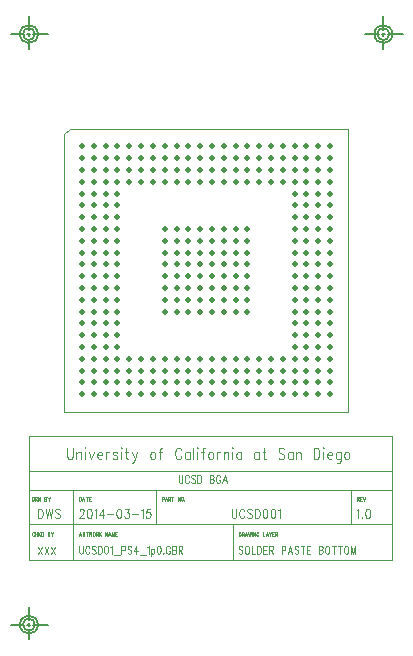
<source format=gbr>
*
*
G04 PADS 9.5 Build Number: 522968 generated Gerber (RS-274-X) file*
G04 PC Version=2.1*
*
%IN "UCSD001-BGA_5mm_2014-03"*%
*
%MOMM*%
*
%FSLAX33Y33*%
*
*
*
*
G04 PC Standard Apertures*
*
*
G04 Thermal Relief Aperture macro.*
%AMTER*
1,1,$1,0,0*
1,0,$1-$2,0,0*
21,0,$3,$4,0,0,45*
21,0,$3,$4,0,0,135*
%
*
*
G04 Annular Aperture macro.*
%AMANN*
1,1,$1,0,0*
1,0,$2,0,0*
%
*
*
G04 Odd Aperture macro.*
%AMODD*
1,1,$1,0,0*
1,0,$1-0.005,0,0*
%
*
*
G04 PC Custom Aperture Macros*
*
*
*
*
*
*
G04 PC Aperture Table*
*
%ADD010C,0.0254*%
%ADD013C,0.05*%
%ADD018C,0.1*%
%ADD020C,0.5*%
%ADD023C,0.08814*%
%ADD024C,0.1778*%
*
*
*
*
G04 PC Circuitry*
G04 Layer Name UCSD001-BGA_5mm_2014-03 - circuitry*
%LPD*%
*
*
G04 PC Custom Flashes*
G04 Layer Name UCSD001-BGA_5mm_2014-03 - flashes*
%LPD*%
*
*
G04 PC Circuitry*
G04 Layer Name UCSD001-BGA_5mm_2014-03 - circuitry*
%LPD*%
*
G54D10*
G54D13*
G01X162762Y130828D02*
Y130500D01*
Y130828D02*
X162864D01*
X162864D02*
X162898Y130812D01*
X162898D02*
X162910Y130796D01*
X162910D02*
X162921Y130765D01*
X162921D02*
Y130734D01*
X162921D02*
X162910Y130703D01*
X162898Y130687*
X162898D02*
X162864Y130671D01*
X162864D02*
X162762D01*
X162842D02*
X162921Y130500D01*
X163023Y130828D02*
Y130500D01*
Y130828D02*
X163171D01*
X163023Y130671D02*
X163114D01*
X163023Y130500D02*
X163171D01*
X163273Y130828D02*
X163364Y130500D01*
X163455Y130828D02*
X163364Y130500D01*
X152762Y127828D02*
Y127500D01*
Y127828D02*
X152842D01*
X152876Y127812*
X152876D02*
X152898Y127781D01*
X152898D02*
X152910Y127750D01*
X152921Y127703*
X152921D02*
Y127625D01*
X152921D02*
X152910Y127578D01*
X152898Y127546*
X152898D02*
X152876Y127515D01*
X152876D02*
X152842Y127500D01*
X152762*
X153023Y127828D02*
Y127500D01*
Y127828D02*
X153126D01*
X153160Y127812*
X153160D02*
X153171Y127796D01*
X153171D02*
X153182Y127765D01*
X153182D02*
Y127734D01*
X153182D02*
X153171Y127703D01*
X153171D02*
X153160Y127687D01*
X153160D02*
X153126Y127671D01*
X153126D02*
X153023D01*
X153103D02*
X153182Y127500D01*
X153376Y127828D02*
X153285Y127500D01*
X153376Y127828D02*
X153467Y127500D01*
X153319Y127609D02*
X153432D01*
X153569Y127828D02*
X153626Y127500D01*
X153682Y127828D02*
X153626Y127500D01*
X153682Y127828D02*
X153739Y127500D01*
X153796Y127828D02*
X153739Y127500D01*
X153898Y127828D02*
Y127500D01*
X154001Y127828D02*
Y127500D01*
Y127828D02*
X154160Y127500D01*
Y127828D02*
Y127500D01*
X154432Y127750D02*
X154421Y127781D01*
X154421D02*
X154398Y127812D01*
X154398D02*
X154376Y127828D01*
X154330*
X154330D02*
X154307Y127812D01*
X154307D02*
X154285Y127781D01*
X154273Y127750*
X154273D02*
X154262Y127703D01*
Y127625*
X154273Y127578*
X154273D02*
X154285Y127546D01*
X154285D02*
X154307Y127515D01*
X154307D02*
X154330Y127500D01*
X154330D02*
X154376D01*
X154398Y127515*
X154398D02*
X154421Y127546D01*
X154421D02*
X154432Y127578D01*
X154432D02*
Y127625D01*
X154376D02*
X154432D01*
X154796Y127828D02*
Y127500D01*
X154796D02*
X154932D01*
X155126Y127828D02*
X155035Y127500D01*
X155126Y127828D02*
X155217Y127500D01*
X155069Y127609D02*
X155182D01*
X155319Y127828D02*
X155410Y127671D01*
X155410D02*
Y127500D01*
X155501Y127828D02*
X155410Y127671D01*
X155603Y127828D02*
Y127500D01*
Y127828D02*
X155751D01*
X155603Y127671D02*
X155694D01*
X155603Y127500D02*
X155751D01*
X155853Y127828D02*
Y127500D01*
Y127828D02*
X155955D01*
X155955D02*
X155989Y127812D01*
X155989D02*
X156001Y127796D01*
X156001D02*
X156012Y127765D01*
X156012D02*
Y127734D01*
X156001Y127703*
X155989Y127687*
X155989D02*
X155955Y127671D01*
X155955D02*
X155853D01*
X155932D02*
X156012Y127500D01*
X146262Y130828D02*
Y130500D01*
Y130828D02*
X146364D01*
X146364D02*
X146398Y130812D01*
X146398D02*
X146410Y130796D01*
X146410D02*
X146421Y130765D01*
X146421D02*
Y130718D01*
X146421D02*
X146410Y130687D01*
X146410D02*
X146398Y130671D01*
X146398D02*
X146364Y130656D01*
X146364D02*
X146262D01*
X146614Y130828D02*
X146523Y130500D01*
X146614Y130828D02*
X146705Y130500D01*
X146557Y130609D02*
X146671D01*
X146807Y130828D02*
Y130500D01*
Y130828D02*
X146910D01*
X146944Y130812*
X146944D02*
X146955Y130796D01*
X146955D02*
X146967Y130765D01*
X146967D02*
Y130734D01*
X146955Y130703*
X146955D02*
X146944Y130687D01*
X146944D02*
X146910Y130671D01*
X146910D02*
X146807D01*
X146887D02*
X146967Y130500D01*
X147148Y130828D02*
Y130500D01*
X147069Y130828D02*
X147228D01*
X147592D02*
Y130500D01*
Y130828D02*
X147751Y130500D01*
Y130828D02*
Y130500D01*
X147921Y130828D02*
X147898Y130812D01*
X147898D02*
X147876Y130781D01*
X147864Y130750*
X147864D02*
X147853Y130703D01*
Y130625*
X147864Y130578*
X147864D02*
X147876Y130546D01*
X147876D02*
X147898Y130515D01*
X147898D02*
X147921Y130500D01*
X147921D02*
X147967D01*
X147989Y130515*
X147989D02*
X148012Y130546D01*
X148012D02*
X148023Y130578D01*
X148023D02*
X148035Y130625D01*
Y130703*
X148023Y130750*
X148023D02*
X148012Y130781D01*
X147989Y130812*
X147989D02*
X147967Y130828D01*
X147921*
X148148Y130531D02*
X148137Y130515D01*
X148137D02*
X148148Y130500D01*
X148148D02*
X148160Y130515D01*
X148160D02*
X148148Y130531D01*
X139353Y127828D02*
X139262Y127500D01*
X139353Y127828D02*
X139444Y127500D01*
X139296Y127609D02*
X139410D01*
X139546Y127828D02*
Y127500D01*
Y127828D02*
X139648D01*
X139648D02*
X139682Y127812D01*
X139682D02*
X139694Y127796D01*
X139694D02*
X139705Y127765D01*
X139705D02*
Y127734D01*
X139705D02*
X139694Y127703D01*
X139682Y127687*
X139682D02*
X139648Y127671D01*
X139648D02*
X139546D01*
X139626D02*
X139705Y127500D01*
X139887Y127828D02*
Y127500D01*
X139807Y127828D02*
X139967D01*
X140069D02*
X140126Y127500D01*
X140182Y127828D02*
X140126Y127500D01*
X140182Y127828D02*
X140239Y127500D01*
X140296Y127828D02*
X140239Y127500D01*
X140467Y127828D02*
X140444Y127812D01*
X140444D02*
X140421Y127781D01*
X140421D02*
X140410Y127750D01*
X140398Y127703*
X140398D02*
Y127625D01*
X140398D02*
X140410Y127578D01*
X140421Y127546*
X140421D02*
X140444Y127515D01*
X140444D02*
X140467Y127500D01*
X140512*
X140535Y127515*
X140535D02*
X140557Y127546D01*
X140557D02*
X140569Y127578D01*
X140580Y127625*
X140580D02*
Y127703D01*
X140580D02*
X140569Y127750D01*
X140557Y127781*
X140557D02*
X140535Y127812D01*
X140535D02*
X140512Y127828D01*
X140467*
X140682D02*
Y127500D01*
Y127828D02*
X140785D01*
X140819Y127812*
X140819D02*
X140830Y127796D01*
X140830D02*
X140842Y127765D01*
X140842D02*
Y127734D01*
X140830Y127703*
X140830D02*
X140819Y127687D01*
X140819D02*
X140785Y127671D01*
X140785D02*
X140682D01*
X140762D02*
X140842Y127500D01*
X140944Y127828D02*
Y127500D01*
X141103Y127828D02*
X140944Y127609D01*
X141001Y127687D02*
X141103Y127500D01*
X141467Y127828D02*
Y127500D01*
Y127828D02*
X141626Y127500D01*
Y127828D02*
Y127500D01*
X141819Y127828D02*
X141728Y127500D01*
X141819Y127828D02*
X141910Y127500D01*
X141762Y127609D02*
X141876D01*
X142012Y127828D02*
Y127500D01*
Y127828D02*
X142103Y127500D01*
X142194Y127828D02*
X142103Y127500D01*
X142194Y127828D02*
Y127500D01*
X142296Y127828D02*
Y127500D01*
Y127828D02*
X142444D01*
X142296Y127671D02*
X142387D01*
X142296Y127500D02*
X142444D01*
X139262Y130828D02*
Y130500D01*
Y130828D02*
X139342D01*
X139376Y130812*
X139376D02*
X139398Y130781D01*
X139398D02*
X139410Y130750D01*
X139421Y130703*
X139421D02*
Y130625D01*
X139421D02*
X139410Y130578D01*
X139398Y130546*
X139398D02*
X139376Y130515D01*
X139376D02*
X139342Y130500D01*
X139262*
X139614Y130828D02*
X139523Y130500D01*
X139614Y130828D02*
X139705Y130500D01*
X139557Y130609D02*
X139671D01*
X139887Y130828D02*
Y130500D01*
X139807Y130828D02*
X139967D01*
X140069D02*
Y130500D01*
Y130828D02*
X140217D01*
X140069Y130671D02*
X140160D01*
X140069Y130500D02*
X140217D01*
X135432Y127750D02*
X135421Y127781D01*
X135421D02*
X135398Y127812D01*
X135398D02*
X135376Y127828D01*
X135330*
X135330D02*
X135307Y127812D01*
X135307D02*
X135285Y127781D01*
X135273Y127750*
X135273D02*
X135262Y127703D01*
Y127625*
X135273Y127578*
X135273D02*
X135285Y127546D01*
X135285D02*
X135307Y127515D01*
X135307D02*
X135330Y127500D01*
X135330D02*
X135376D01*
X135398Y127515*
X135398D02*
X135421Y127546D01*
X135421D02*
X135432Y127578D01*
X135535Y127828D02*
Y127500D01*
X135694Y127828D02*
Y127500D01*
X135535Y127671D02*
X135694D01*
X135796Y127828D02*
Y127500D01*
X135955Y127828D02*
X135796Y127609D01*
X135853Y127687D02*
X135955Y127500D01*
X136057Y127828D02*
Y127500D01*
Y127828D02*
X136137D01*
X136171Y127812*
X136171D02*
X136194Y127781D01*
X136205Y127750*
X136205D02*
X136217Y127703D01*
Y127625*
X136205Y127578*
X136205D02*
X136194Y127546D01*
X136194D02*
X136171Y127515D01*
X136171D02*
X136137Y127500D01*
X136057*
X136580Y127828D02*
Y127500D01*
Y127828D02*
X136682D01*
X136682D02*
X136717Y127812D01*
X136717D02*
X136728Y127796D01*
X136728D02*
X136739Y127765D01*
X136739D02*
Y127734D01*
X136739D02*
X136728Y127703D01*
X136717Y127687*
X136717D02*
X136682Y127671D01*
X136580D02*
X136682D01*
X136682D02*
X136717Y127656D01*
X136728Y127640*
X136728D02*
X136739Y127609D01*
X136739D02*
Y127562D01*
X136739D02*
X136728Y127531D01*
X136717Y127515*
X136717D02*
X136682Y127500D01*
X136682D02*
X136580D01*
X136842Y127828D02*
X136932Y127671D01*
X136932D02*
Y127500D01*
X137023Y127828D02*
X136932Y127671D01*
X135262Y130828D02*
Y130500D01*
Y130828D02*
X135342D01*
X135376Y130812*
X135376D02*
X135398Y130781D01*
X135398D02*
X135410Y130750D01*
X135421Y130703*
X135421D02*
Y130625D01*
X135421D02*
X135410Y130578D01*
X135398Y130546*
X135398D02*
X135376Y130515D01*
X135376D02*
X135342Y130500D01*
X135262*
X135523Y130828D02*
Y130500D01*
Y130828D02*
X135626D01*
X135660Y130812*
X135660D02*
X135671Y130796D01*
X135671D02*
X135682Y130765D01*
X135682D02*
Y130734D01*
X135682D02*
X135671Y130703D01*
X135671D02*
X135660Y130687D01*
X135660D02*
X135626Y130671D01*
X135626D02*
X135523D01*
X135603D02*
X135682Y130500D01*
X135785Y130828D02*
Y130500D01*
Y130828D02*
X135944Y130500D01*
Y130828D02*
Y130500D01*
X136307Y130828D02*
Y130500D01*
Y130828D02*
X136410D01*
X136444Y130812*
X136444D02*
X136455Y130796D01*
X136455D02*
X136467Y130765D01*
X136467D02*
Y130734D01*
X136455Y130703*
X136455D02*
X136444Y130687D01*
X136444D02*
X136410Y130671D01*
X136307D02*
X136410D01*
X136410D02*
X136444Y130656D01*
X136455Y130640*
X136455D02*
X136467Y130609D01*
Y130562*
X136467D02*
X136455Y130531D01*
X136455D02*
X136444Y130515D01*
X136444D02*
X136410Y130500D01*
X136307*
X136569Y130828D02*
X136660Y130671D01*
X136660D02*
Y130500D01*
X136751Y130828D02*
X136660Y130671D01*
G54D18*
X135000Y128500D02*
X138762D01*
Y131410*
X135000*
Y128500*
Y125500D02*
X138762D01*
Y128500*
X135000*
Y125500*
X138762Y128500D02*
X145762D01*
Y131410*
X138762*
Y128500*
Y125500D02*
X152262D01*
Y128500*
Y125500D02*
X165762D01*
Y128500*
X152262*
Y125500*
X145762Y128500D02*
X162262D01*
Y131410*
X145762*
Y128500*
X134999Y131410D02*
X165762D01*
Y133000*
X134999*
X134999D02*
Y131410D01*
Y133000D02*
X165762D01*
Y136000*
X134999*
X134999D02*
Y133000D01*
X163762Y128500D02*
X165762D01*
Y131410*
X162262*
Y128500*
X135762Y129820D02*
Y129000D01*
Y129820D02*
X135961D01*
X136046Y129781*
X136046D02*
X136103Y129703D01*
X136131Y129625*
X136131D02*
X136160Y129507D01*
X136160D02*
Y129312D01*
X136160D02*
X136131Y129195D01*
X136131D02*
X136103Y129117D01*
X136046Y129039*
X136046D02*
X135961Y129000D01*
X135762*
X136415Y129820D02*
X136557Y129000D01*
X136699Y129820D02*
X136557Y129000D01*
X136699Y129820D02*
X136842Y129000D01*
X136984Y129820D02*
X136842Y129000D01*
X137637Y129703D02*
X137580Y129781D01*
X137580D02*
X137495Y129820D01*
X137381*
X137381D02*
X137296Y129781D01*
X137296D02*
X137239Y129703D01*
X137239D02*
Y129625D01*
X137239D02*
X137268Y129546D01*
X137268D02*
X137296Y129507D01*
X137296D02*
X137353Y129468D01*
X137353D02*
X137523Y129390D01*
X137523D02*
X137580Y129351D01*
X137580D02*
X137609Y129312D01*
X137609D02*
X137637Y129234D01*
Y129117*
X137580Y129039*
X137580D02*
X137495Y129000D01*
X137381*
X137381D02*
X137296Y129039D01*
X137296D02*
X137239Y129117D01*
X147682Y132656D02*
Y132187D01*
X147682D02*
X147705Y132093D01*
X147705D02*
X147751Y132031D01*
X147819Y132000*
X147864*
X147864D02*
X147932Y132031D01*
X147932D02*
X147978Y132093D01*
X147978D02*
X148001Y132187D01*
X148001D02*
Y132656D01*
X148546Y132500D02*
X148523Y132562D01*
X148523D02*
X148478Y132625D01*
X148432Y132656*
X148432D02*
X148342D01*
X148296Y132625*
X148296D02*
X148251Y132562D01*
X148251D02*
X148228Y132500D01*
X148205Y132406*
X148205D02*
Y132250D01*
X148205D02*
X148228Y132156D01*
X148251Y132093*
X148251D02*
X148296Y132031D01*
X148296D02*
X148342Y132000D01*
X148432*
X148432D02*
X148478Y132031D01*
X148523Y132093*
X148523D02*
X148546Y132156D01*
X149069Y132562D02*
X149023Y132625D01*
X149023D02*
X148955Y132656D01*
X148955D02*
X148864D01*
X148864D02*
X148796Y132625D01*
X148796D02*
X148751Y132562D01*
X148751D02*
Y132500D01*
X148773Y132437*
X148773D02*
X148796Y132406D01*
X148796D02*
X148842Y132375D01*
X148978Y132312*
X148978D02*
X149023Y132281D01*
X149023D02*
X149046Y132250D01*
X149046D02*
X149069Y132187D01*
X149069D02*
Y132093D01*
X149069D02*
X149023Y132031D01*
X149023D02*
X148955Y132000D01*
X148955D02*
X148864D01*
X148864D02*
X148796Y132031D01*
X148796D02*
X148751Y132093D01*
X149273Y132656D02*
Y132000D01*
Y132656D02*
X149432D01*
X149432D02*
X149501Y132625D01*
X149546Y132562*
X149546D02*
X149569Y132500D01*
X149592Y132406*
Y132250*
X149569Y132156*
X149546Y132093*
X149546D02*
X149501Y132031D01*
X149432Y132000*
X149432D02*
X149273D01*
X150319Y132656D02*
Y132000D01*
Y132656D02*
X150523D01*
X150523D02*
X150592Y132625D01*
X150614Y132593*
X150614D02*
X150637Y132531D01*
Y132468*
X150637D02*
X150614Y132406D01*
X150614D02*
X150592Y132375D01*
X150523Y132343*
X150319D02*
X150523D01*
X150523D02*
X150592Y132312D01*
X150592D02*
X150614Y132281D01*
X150614D02*
X150637Y132218D01*
X150637D02*
Y132125D01*
X150614Y132062*
X150614D02*
X150592Y132031D01*
X150523Y132000*
X150523D02*
X150319D01*
X151182Y132500D02*
X151160Y132562D01*
X151160D02*
X151114Y132625D01*
X151114D02*
X151069Y132656D01*
X150978*
X150932Y132625*
X150932D02*
X150887Y132562D01*
X150887D02*
X150864Y132500D01*
X150864D02*
X150842Y132406D01*
Y132250*
X150864Y132156*
X150864D02*
X150887Y132093D01*
X150887D02*
X150932Y132031D01*
X150932D02*
X150978Y132000D01*
X151069*
X151114Y132031*
X151114D02*
X151160Y132093D01*
X151160D02*
X151182Y132156D01*
X151182D02*
Y132250D01*
X151069D02*
X151182D01*
X151569Y132656D02*
X151387Y132000D01*
X151569Y132656D02*
X151751Y132000D01*
X151455Y132218D02*
X151682D01*
X138245Y134984D02*
Y134281D01*
X138279Y134140*
X138279D02*
X138347Y134046D01*
X138347D02*
X138449Y134000D01*
X138449D02*
X138518D01*
X138620Y134046*
X138620D02*
X138688Y134140D01*
X138688D02*
X138722Y134281D01*
X138722D02*
Y134984D01*
X139029Y134656D02*
Y134000D01*
Y134468D02*
X139131Y134609D01*
X139131D02*
X139199Y134656D01*
X139199D02*
X139302D01*
X139370Y134609*
X139404Y134468*
X139404D02*
Y134000D01*
X139711Y134984D02*
X139745Y134937D01*
X139745D02*
X139779Y134984D01*
X139779D02*
X139745Y135031D01*
X139711Y134984*
X139745Y134656D02*
Y134000D01*
X140086Y134656D02*
X140290Y134000D01*
X140495Y134656D02*
X140290Y134000D01*
X140802Y134375D02*
X141211D01*
Y134468*
X141211D02*
X141177Y134562D01*
X141177D02*
X141143Y134609D01*
X141074Y134656*
X141074D02*
X140972D01*
X140972D02*
X140904Y134609D01*
X140904D02*
X140836Y134515D01*
X140836D02*
X140802Y134375D01*
Y134281*
X140836Y134140*
X140836D02*
X140904Y134046D01*
X140904D02*
X140972Y134000D01*
X140972D02*
X141074D01*
X141074D02*
X141143Y134046D01*
X141143D02*
X141211Y134140D01*
X141518Y134656D02*
Y134000D01*
Y134375D02*
X141552Y134515D01*
X141552D02*
X141620Y134609D01*
X141688Y134656*
X141688D02*
X141790D01*
X142472Y134515D02*
X142438Y134609D01*
X142438D02*
X142336Y134656D01*
X142234*
X142131Y134609*
X142131D02*
X142097Y134515D01*
X142097D02*
X142131Y134421D01*
X142131D02*
X142199Y134375D01*
X142199D02*
X142370Y134328D01*
X142438Y134281*
X142438D02*
X142472Y134187D01*
X142472D02*
Y134140D01*
X142472D02*
X142438Y134046D01*
X142438D02*
X142336Y134000D01*
X142234*
X142131Y134046*
X142131D02*
X142097Y134140D01*
X142779Y134984D02*
X142813Y134937D01*
X142813D02*
X142847Y134984D01*
X142847D02*
X142813Y135031D01*
X142813D02*
X142779Y134984D01*
X142813Y134656D02*
Y134000D01*
X143256Y134984D02*
Y134187D01*
X143256D02*
X143290Y134046D01*
X143290D02*
X143359Y134000D01*
X143427*
X143154Y134656D02*
X143393D01*
X143768D02*
X143972Y134000D01*
X144177Y134656D02*
X143972Y134000D01*
X143972D02*
X143904Y133812D01*
X143904D02*
X143836Y133718D01*
X143836D02*
X143768Y133671D01*
X143768D02*
X143734D01*
X145438Y134656D02*
X145370Y134609D01*
X145302Y134515*
X145302D02*
X145268Y134375D01*
Y134281*
X145302Y134140*
X145302D02*
X145370Y134046D01*
X145370D02*
X145438Y134000D01*
X145438D02*
X145540D01*
X145540D02*
X145609Y134046D01*
X145609D02*
X145677Y134140D01*
X145677D02*
X145711Y134281D01*
Y134375*
X145677Y134515*
X145677D02*
X145609Y134609D01*
X145540Y134656*
X145540D02*
X145438D01*
X146290Y134984D02*
X146222D01*
X146222D02*
X146154Y134937D01*
X146154D02*
X146120Y134796D01*
X146120D02*
Y134000D01*
X146018Y134656D02*
X146256D01*
X147893Y134750D02*
X147859Y134843D01*
X147859D02*
X147790Y134937D01*
X147790D02*
X147722Y134984D01*
X147722D02*
X147586D01*
X147518Y134937*
X147518D02*
X147449Y134843D01*
X147449D02*
X147415Y134750D01*
X147415D02*
X147381Y134609D01*
X147381D02*
Y134375D01*
X147381D02*
X147415Y134234D01*
X147415D02*
X147449Y134140D01*
X147449D02*
X147518Y134046D01*
X147518D02*
X147586Y134000D01*
X147722*
X147722D02*
X147790Y134046D01*
X147790D02*
X147859Y134140D01*
X147859D02*
X147893Y134234D01*
X148609Y134656D02*
Y134000D01*
Y134515D02*
X148540Y134609D01*
X148540D02*
X148472Y134656D01*
X148472D02*
X148370D01*
X148302Y134609*
X148234Y134515*
X148234D02*
X148199Y134375D01*
X148199D02*
Y134281D01*
X148199D02*
X148234Y134140D01*
X148234D02*
X148302Y134046D01*
X148302D02*
X148370Y134000D01*
X148472*
X148472D02*
X148540Y134046D01*
X148540D02*
X148609Y134140D01*
X148915Y134984D02*
Y134000D01*
X149222Y134984D02*
X149256Y134937D01*
X149256D02*
X149290Y134984D01*
X149290D02*
X149256Y135031D01*
X149256D02*
X149222Y134984D01*
X149256Y134656D02*
Y134000D01*
X149870Y134984D02*
X149802D01*
X149734Y134937*
X149734D02*
X149699Y134796D01*
X149699D02*
Y134000D01*
X149597Y134656D02*
X149836D01*
X150347D02*
X150279Y134609D01*
X150279D02*
X150211Y134515D01*
X150211D02*
X150177Y134375D01*
Y134281*
X150211Y134140*
X150211D02*
X150279Y134046D01*
X150279D02*
X150347Y134000D01*
X150347D02*
X150449D01*
X150449D02*
X150518Y134046D01*
X150518D02*
X150586Y134140D01*
X150586D02*
X150620Y134281D01*
Y134375*
X150586Y134515*
X150586D02*
X150518Y134609D01*
X150449Y134656*
X150449D02*
X150347D01*
X150927D02*
Y134000D01*
Y134375D02*
X150961Y134515D01*
X150961D02*
X151029Y134609D01*
X151029D02*
X151097Y134656D01*
X151097D02*
X151199D01*
X151506D02*
Y134000D01*
Y134468D02*
X151609Y134609D01*
X151677Y134656*
X151779*
X151779D02*
X151847Y134609D01*
X151847D02*
X151881Y134468D01*
X151881D02*
Y134000D01*
X152188Y134984D02*
X152222Y134937D01*
X152222D02*
X152256Y134984D01*
X152256D02*
X152222Y135031D01*
X152222D02*
X152188Y134984D01*
X152222Y134656D02*
Y134000D01*
X152972Y134656D02*
Y134000D01*
Y134515D02*
X152904Y134609D01*
X152904D02*
X152836Y134656D01*
X152734*
X152665Y134609*
X152665D02*
X152597Y134515D01*
X152597D02*
X152563Y134375D01*
X152563D02*
Y134281D01*
X152563D02*
X152597Y134140D01*
X152597D02*
X152665Y134046D01*
X152665D02*
X152734Y134000D01*
X152836*
X152904Y134046*
X152904D02*
X152972Y134140D01*
X154472Y134656D02*
Y134000D01*
Y134515D02*
X154404Y134609D01*
X154404D02*
X154336Y134656D01*
X154234*
X154165Y134609*
X154165D02*
X154097Y134515D01*
X154097D02*
X154063Y134375D01*
X154063D02*
Y134281D01*
X154063D02*
X154097Y134140D01*
X154097D02*
X154165Y134046D01*
X154165D02*
X154234Y134000D01*
X154336*
X154404Y134046*
X154404D02*
X154472Y134140D01*
X154881Y134984D02*
Y134187D01*
X154881D02*
X154915Y134046D01*
X154915D02*
X154984Y134000D01*
X155052*
X154779Y134656D02*
X155018D01*
X156620Y134843D02*
X156552Y134937D01*
X156552D02*
X156449Y134984D01*
X156449D02*
X156313D01*
X156313D02*
X156211Y134937D01*
X156211D02*
X156143Y134843D01*
X156143D02*
Y134750D01*
X156177Y134656*
X156211Y134609*
X156279Y134562*
X156279D02*
X156484Y134468D01*
X156484D02*
X156552Y134421D01*
X156552D02*
X156586Y134375D01*
X156620Y134281*
Y134140*
X156620D02*
X156552Y134046D01*
X156552D02*
X156449Y134000D01*
X156449D02*
X156313D01*
X156313D02*
X156211Y134046D01*
X156211D02*
X156143Y134140D01*
X157336Y134656D02*
Y134000D01*
Y134515D02*
X157268Y134609D01*
X157199Y134656*
X157199D02*
X157097D01*
X157097D02*
X157029Y134609D01*
X157029D02*
X156961Y134515D01*
X156961D02*
X156927Y134375D01*
Y134281*
X156961Y134140*
X156961D02*
X157029Y134046D01*
X157029D02*
X157097Y134000D01*
X157097D02*
X157199D01*
X157199D02*
X157268Y134046D01*
X157268D02*
X157336Y134140D01*
X157643Y134656D02*
Y134000D01*
Y134468D02*
X157745Y134609D01*
X157813Y134656*
X157813D02*
X157915D01*
X157915D02*
X157984Y134609D01*
X158018Y134468*
X158018D02*
Y134000D01*
X159109Y134984D02*
Y134000D01*
Y134984D02*
X159347D01*
X159347D02*
X159449Y134937D01*
X159449D02*
X159518Y134843D01*
X159518D02*
X159552Y134750D01*
X159586Y134609*
Y134375*
X159552Y134234*
X159518Y134140*
X159518D02*
X159449Y134046D01*
X159449D02*
X159347Y134000D01*
X159347D02*
X159109D01*
X159893Y134984D02*
X159927Y134937D01*
X159927D02*
X159961Y134984D01*
X159927Y135031*
X159893Y134984*
X159927Y134656D02*
Y134000D01*
X160268Y134375D02*
X160677D01*
Y134468*
X160677D02*
X160643Y134562D01*
X160643D02*
X160609Y134609D01*
X160540Y134656*
X160540D02*
X160438D01*
X160438D02*
X160370Y134609D01*
X160302Y134515*
X160302D02*
X160268Y134375D01*
Y134281*
X160302Y134140*
X160302D02*
X160370Y134046D01*
X160370D02*
X160438Y134000D01*
X160438D02*
X160540D01*
X160540D02*
X160609Y134046D01*
X160609D02*
X160677Y134140D01*
X161393Y134656D02*
Y133906D01*
X161359Y133765*
X161359D02*
X161324Y133718D01*
X161324D02*
X161256Y133671D01*
X161256D02*
X161154D01*
X161154D02*
X161086Y133718D01*
X161393Y134515D02*
X161324Y134609D01*
X161324D02*
X161256Y134656D01*
X161256D02*
X161154D01*
X161154D02*
X161086Y134609D01*
X161018Y134515*
X161018D02*
X160984Y134375D01*
Y134281*
X161018Y134140*
X161018D02*
X161086Y134046D01*
X161086D02*
X161154Y134000D01*
X161154D02*
X161256D01*
X161256D02*
X161324Y134046D01*
X161324D02*
X161393Y134140D01*
X161870Y134656D02*
X161802Y134609D01*
X161734Y134515*
X161734D02*
X161699Y134375D01*
X161699D02*
Y134281D01*
X161699D02*
X161734Y134140D01*
X161734D02*
X161802Y134046D01*
X161802D02*
X161870Y134000D01*
X161972*
X161972D02*
X162040Y134046D01*
X162040D02*
X162109Y134140D01*
X162109D02*
X162143Y134281D01*
Y134375*
X162109Y134515*
X162109D02*
X162040Y134609D01*
X162040D02*
X161972Y134656D01*
X161972D02*
X161870D01*
X162762Y129664D02*
X162819Y129703D01*
X162904Y129820*
X162904D02*
Y129000D01*
X163188Y129078D02*
X163160Y129039D01*
X163188Y129000*
X163188D02*
X163217Y129039D01*
X163188Y129078*
X163643Y129820D02*
X163557Y129781D01*
X163557D02*
X163501Y129664D01*
X163472Y129468*
X163472D02*
Y129351D01*
X163472D02*
X163501Y129156D01*
X163557Y129039*
X163557D02*
X163643Y129000D01*
X163699*
X163699D02*
X163785Y129039D01*
X163842Y129156*
X163870Y129351*
X163870D02*
Y129468D01*
X163870D02*
X163842Y129664D01*
X163785Y129781*
X163699Y129820*
X163699D02*
X163643D01*
X152160D02*
Y129234D01*
X152188Y129117*
X152188D02*
X152245Y129039D01*
X152330Y129000*
X152330D02*
X152387D01*
X152472Y129039*
X152472D02*
X152529Y129117D01*
X152529D02*
X152557Y129234D01*
X152557D02*
Y129820D01*
X153239Y129625D02*
X153211Y129703D01*
X153154Y129781*
X153154D02*
X153097Y129820D01*
X153097D02*
X152984D01*
X152927Y129781*
X152870Y129703*
X152842Y129625*
X152813Y129507*
X152813D02*
Y129312D01*
X152813D02*
X152842Y129195D01*
X152870Y129117*
X152927Y129039*
X152984Y129000*
X153097*
X153097D02*
X153154Y129039D01*
X153154D02*
X153211Y129117D01*
X153239Y129195*
X153893Y129703D02*
X153836Y129781D01*
X153751Y129820*
X153637*
X153552Y129781*
X153495Y129703*
Y129625*
X153523Y129546*
X153523D02*
X153552Y129507D01*
X153552D02*
X153609Y129468D01*
X153609D02*
X153779Y129390D01*
X153779D02*
X153836Y129351D01*
X153836D02*
X153864Y129312D01*
X153864D02*
X153893Y129234D01*
Y129117*
X153836Y129039*
X153751Y129000*
X153637*
X153552Y129039*
X153495Y129117*
X154148Y129820D02*
Y129000D01*
Y129820D02*
X154347D01*
X154347D02*
X154432Y129781D01*
X154432D02*
X154489Y129703D01*
X154489D02*
X154518Y129625D01*
X154546Y129507*
X154546D02*
Y129312D01*
X154546D02*
X154518Y129195D01*
X154489Y129117*
X154489D02*
X154432Y129039D01*
X154432D02*
X154347Y129000D01*
X154347D02*
X154148D01*
X154972Y129820D02*
X154887Y129781D01*
X154830Y129664*
X154830D02*
X154802Y129468D01*
X154802D02*
Y129351D01*
X154802D02*
X154830Y129156D01*
X154830D02*
X154887Y129039D01*
X154972Y129000*
X154972D02*
X155029D01*
X155029D02*
X155114Y129039D01*
X155114D02*
X155171Y129156D01*
X155171D02*
X155199Y129351D01*
X155199D02*
Y129468D01*
X155199D02*
X155171Y129664D01*
X155171D02*
X155114Y129781D01*
X155114D02*
X155029Y129820D01*
X155029D02*
X154972D01*
X155626D02*
X155540Y129781D01*
X155540D02*
X155484Y129664D01*
X155455Y129468*
X155455D02*
Y129351D01*
X155455D02*
X155484Y129156D01*
X155540Y129039*
X155540D02*
X155626Y129000D01*
X155682*
X155682D02*
X155768Y129039D01*
X155824Y129156*
X155824D02*
X155853Y129351D01*
X155853D02*
Y129468D01*
X155853D02*
X155824Y129664D01*
X155824D02*
X155768Y129781D01*
X155682Y129820*
X155682D02*
X155626D01*
X156109Y129664D02*
X156165Y129703D01*
X156165D02*
X156251Y129820D01*
Y129000*
X139290Y129625D02*
Y129664D01*
X139290D02*
X139319Y129742D01*
X139347Y129781*
X139347D02*
X139404Y129820D01*
X139404D02*
X139518D01*
X139574Y129781*
X139574D02*
X139603Y129742D01*
X139631Y129664*
X139631D02*
Y129585D01*
X139631D02*
X139603Y129507D01*
X139603D02*
X139546Y129390D01*
X139546D02*
X139262Y129000D01*
X139660*
X140086Y129820D02*
X140001Y129781D01*
X139944Y129664*
X139915Y129468*
X139915D02*
Y129351D01*
X139915D02*
X139944Y129156D01*
X140001Y129039*
X140086Y129000*
X140143*
X140228Y129039*
X140285Y129156*
X140313Y129351*
X140313D02*
Y129468D01*
X140313D02*
X140285Y129664D01*
X140228Y129781*
X140143Y129820*
X140086*
X140569Y129664D02*
X140626Y129703D01*
X140711Y129820*
Y129000*
X141251Y129820D02*
X140967Y129273D01*
X141393*
X141251Y129820D02*
Y129000D01*
X141648Y129351D02*
X142160D01*
X142586Y129820D02*
X142501Y129781D01*
X142444Y129664*
X142415Y129468*
X142415D02*
Y129351D01*
X142415D02*
X142444Y129156D01*
X142501Y129039*
X142586Y129000*
X142643*
X142728Y129039*
X142785Y129156*
X142813Y129351*
X142813D02*
Y129468D01*
X142813D02*
X142785Y129664D01*
X142728Y129781*
X142643Y129820*
X142586*
X143126D02*
X143438D01*
X143438D02*
X143268Y129507D01*
X143268D02*
X143353D01*
X143353D02*
X143410Y129468D01*
X143410D02*
X143438Y129429D01*
X143438D02*
X143467Y129312D01*
X143467D02*
Y129234D01*
X143438Y129117*
X143438D02*
X143381Y129039D01*
X143381D02*
X143296Y129000D01*
X143296D02*
X143211D01*
X143126Y129039*
X143097Y129078*
X143097D02*
X143069Y129156D01*
X143722Y129351D02*
X144234D01*
X144489Y129664D02*
X144546Y129703D01*
X144546D02*
X144631Y129820D01*
X144631D02*
Y129000D01*
X145256Y129820D02*
X144972D01*
X144972D02*
X144944Y129468D01*
X144944D02*
X144972Y129507D01*
X144972D02*
X145057Y129546D01*
X145057D02*
X145143D01*
X145143D02*
X145228Y129507D01*
X145228D02*
X145285Y129429D01*
X145285D02*
X145313Y129312D01*
X145313D02*
X145285Y129234D01*
X145256Y129117*
X145256D02*
X145199Y129039D01*
X145199D02*
X145114Y129000D01*
X145114D02*
X145029D01*
X145029D02*
X144944Y129039D01*
X144915Y129078*
X144915D02*
X144887Y129156D01*
X135762Y126546D02*
X136074Y126000D01*
Y126546D02*
X135762Y126000D01*
X136330Y126546D02*
X136643Y126000D01*
Y126546D02*
X136330Y126000D01*
X136898Y126546D02*
X137211Y126000D01*
Y126546D02*
X136898Y126000D01*
X153080Y126562D02*
X153035Y126625D01*
X152967Y126656*
X152876*
X152807Y126625*
X152807D02*
X152762Y126562D01*
X152762D02*
Y126500D01*
X152785Y126437*
X152785D02*
X152807Y126406D01*
X152807D02*
X152853Y126375D01*
X152989Y126312*
X152989D02*
X153035Y126281D01*
X153057Y126250*
X153057D02*
X153080Y126187D01*
X153080D02*
Y126093D01*
X153080D02*
X153035Y126031D01*
X152967Y126000*
X152876*
X152807Y126031*
X152807D02*
X152762Y126093D01*
X153421Y126656D02*
X153376Y126625D01*
X153330Y126562*
X153330D02*
X153307Y126500D01*
X153307D02*
X153285Y126406D01*
Y126250*
X153307Y126156*
X153307D02*
X153330Y126093D01*
X153330D02*
X153376Y126031D01*
X153421Y126000*
X153421D02*
X153512D01*
X153557Y126031*
X153557D02*
X153603Y126093D01*
X153603D02*
X153626Y126156D01*
X153648Y126250*
X153648D02*
Y126406D01*
X153648D02*
X153626Y126500D01*
X153603Y126562*
X153603D02*
X153557Y126625D01*
X153557D02*
X153512Y126656D01*
X153421*
X153853D02*
Y126000D01*
X154126*
X154330Y126656D02*
Y126000D01*
Y126656D02*
X154489D01*
X154489D02*
X154557Y126625D01*
X154557D02*
X154603Y126562D01*
X154603D02*
X154626Y126500D01*
X154648Y126406*
X154648D02*
Y126250D01*
X154648D02*
X154626Y126156D01*
X154603Y126093*
X154603D02*
X154557Y126031D01*
X154557D02*
X154489Y126000D01*
X154489D02*
X154330D01*
X154853Y126656D02*
Y126000D01*
Y126656D02*
X155148D01*
X154853Y126343D02*
X155035D01*
X154853Y126000D02*
X155148D01*
X155353Y126656D02*
Y126000D01*
Y126656D02*
X155557D01*
X155557D02*
X155626Y126625D01*
X155648Y126593*
X155648D02*
X155671Y126531D01*
X155671D02*
Y126468D01*
X155671D02*
X155648Y126406D01*
X155648D02*
X155626Y126375D01*
X155557Y126343*
X155557D02*
X155353D01*
X155512D02*
X155671Y126000D01*
X156398Y126656D02*
Y126000D01*
Y126656D02*
X156603D01*
X156671Y126625*
X156671D02*
X156694Y126593D01*
X156694D02*
X156717Y126531D01*
Y126437*
X156717D02*
X156694Y126375D01*
X156671Y126343*
X156671D02*
X156603Y126312D01*
X156603D02*
X156398D01*
X157103Y126656D02*
X156921Y126000D01*
X157103Y126656D02*
X157285Y126000D01*
X156989Y126218D02*
X157217D01*
X157807Y126562D02*
X157762Y126625D01*
X157694Y126656*
X157603*
X157535Y126625*
X157489Y126562*
X157489D02*
Y126500D01*
X157489D02*
X157512Y126437D01*
X157512D02*
X157535Y126406D01*
X157580Y126375*
X157580D02*
X157717Y126312D01*
X157717D02*
X157762Y126281D01*
X157785Y126250*
X157807Y126187*
X157807D02*
Y126093D01*
X157807D02*
X157762Y126031D01*
X157694Y126000*
X157603*
X157535Y126031*
X157489Y126093*
X158171Y126656D02*
Y126000D01*
X158012Y126656D02*
X158330D01*
X158535D02*
Y126000D01*
Y126656D02*
X158830D01*
X158535Y126343D02*
X158717D01*
X158535Y126000D02*
X158830D01*
X159557Y126656D02*
Y126000D01*
Y126656D02*
X159762D01*
X159830Y126625*
X159830D02*
X159853Y126593D01*
X159853D02*
X159876Y126531D01*
Y126468*
X159876D02*
X159853Y126406D01*
X159830Y126375*
X159830D02*
X159762Y126343D01*
X159557D02*
X159762D01*
X159762D02*
X159830Y126312D01*
X159830D02*
X159853Y126281D01*
X159876Y126218*
X159876D02*
Y126125D01*
X159853Y126062*
X159853D02*
X159830Y126031D01*
X159830D02*
X159762Y126000D01*
X159557*
X160217Y126656D02*
X160171Y126625D01*
X160171D02*
X160126Y126562D01*
X160126D02*
X160103Y126500D01*
X160080Y126406*
X160080D02*
Y126250D01*
X160080D02*
X160103Y126156D01*
X160126Y126093*
X160126D02*
X160171Y126031D01*
X160171D02*
X160217Y126000D01*
X160307*
X160307D02*
X160353Y126031D01*
X160398Y126093*
X160398D02*
X160421Y126156D01*
X160421D02*
X160444Y126250D01*
Y126406*
X160421Y126500*
X160421D02*
X160398Y126562D01*
X160398D02*
X160353Y126625D01*
X160307Y126656*
X160307D02*
X160217D01*
X160807D02*
Y126000D01*
X160648Y126656D02*
X160967D01*
X161330D02*
Y126000D01*
X161171Y126656D02*
X161489D01*
X161830D02*
X161785Y126625D01*
X161739Y126562*
X161739D02*
X161717Y126500D01*
X161694Y126406*
Y126250*
X161717Y126156*
X161739Y126093*
X161739D02*
X161785Y126031D01*
X161830Y126000*
X161830D02*
X161921D01*
X161921D02*
X161967Y126031D01*
X162012Y126093*
X162012D02*
X162035Y126156D01*
X162057Y126250*
X162057D02*
Y126406D01*
X162057D02*
X162035Y126500D01*
X162012Y126562*
X162012D02*
X161967Y126625D01*
X161921Y126656*
X161921D02*
X161830D01*
X162262D02*
Y126000D01*
Y126656D02*
X162444Y126000D01*
X162626Y126656D02*
X162444Y126000D01*
X162626Y126656D02*
Y126000D01*
X139262Y126656D02*
Y126187D01*
X139262D02*
X139285Y126093D01*
X139285D02*
X139330Y126031D01*
X139330D02*
X139398Y126000D01*
X139398D02*
X139444D01*
X139512Y126031*
X139557Y126093*
X139557D02*
X139580Y126187D01*
X139580D02*
Y126656D01*
X140126Y126500D02*
X140103Y126562D01*
X140103D02*
X140057Y126625D01*
X140057D02*
X140012Y126656D01*
X139921*
X139921D02*
X139876Y126625D01*
X139830Y126562*
X139830D02*
X139807Y126500D01*
X139807D02*
X139785Y126406D01*
Y126250*
X139807Y126156*
X139807D02*
X139830Y126093D01*
X139830D02*
X139876Y126031D01*
X139921Y126000*
X139921D02*
X140012D01*
X140057Y126031*
X140057D02*
X140103Y126093D01*
X140103D02*
X140126Y126156D01*
X140648Y126562D02*
X140603Y126625D01*
X140535Y126656*
X140444*
X140376Y126625*
X140330Y126562*
X140330D02*
Y126500D01*
X140330D02*
X140353Y126437D01*
X140353D02*
X140376Y126406D01*
X140421Y126375*
X140421D02*
X140557Y126312D01*
X140557D02*
X140603Y126281D01*
X140626Y126250*
X140648Y126187*
X140648D02*
Y126093D01*
X140648D02*
X140603Y126031D01*
X140535Y126000*
X140444*
X140376Y126031*
X140330Y126093*
X140853Y126656D02*
Y126000D01*
Y126656D02*
X141012D01*
X141080Y126625*
X141080D02*
X141126Y126562D01*
X141126D02*
X141148Y126500D01*
X141148D02*
X141171Y126406D01*
X141171D02*
Y126250D01*
X141171D02*
X141148Y126156D01*
X141148D02*
X141126Y126093D01*
X141126D02*
X141080Y126031D01*
X141080D02*
X141012Y126000D01*
X140853*
X141512Y126656D02*
X141444Y126625D01*
X141398Y126531*
X141398D02*
X141376Y126375D01*
Y126281*
X141398Y126125*
X141398D02*
X141444Y126031D01*
X141512Y126000*
X141557*
X141557D02*
X141626Y126031D01*
X141671Y126125*
X141671D02*
X141694Y126281D01*
Y126375*
X141671Y126531*
X141671D02*
X141626Y126625D01*
X141557Y126656*
X141557D02*
X141512D01*
X141898Y126531D02*
X141944Y126562D01*
X141944D02*
X142012Y126656D01*
Y126000*
X142217Y125875D02*
X142694D01*
X142830Y126656D02*
Y126000D01*
Y126656D02*
X143035D01*
X143103Y126625*
X143126Y126593*
X143126D02*
X143148Y126531D01*
X143148D02*
Y126437D01*
X143148D02*
X143126Y126375D01*
X143103Y126343*
X143103D02*
X143035Y126312D01*
X143035D02*
X142830D01*
X143671Y126562D02*
X143626Y126625D01*
X143557Y126656*
X143557D02*
X143467D01*
X143398Y126625*
X143398D02*
X143353Y126562D01*
X143353D02*
Y126500D01*
X143376Y126437*
X143376D02*
X143398Y126406D01*
X143398D02*
X143444Y126375D01*
X143580Y126312*
X143580D02*
X143626Y126281D01*
X143648Y126250*
X143648D02*
X143671Y126187D01*
X143671D02*
Y126093D01*
X143671D02*
X143626Y126031D01*
X143557Y126000*
X143557D02*
X143467D01*
X143398Y126031*
X143398D02*
X143353Y126093D01*
X144103Y126656D02*
X143876Y126218D01*
X143876D02*
X144217D01*
X144103Y126656D02*
Y126000D01*
X144421Y125875D02*
X144898D01*
X145035Y126531D02*
X145080Y126562D01*
X145080D02*
X145148Y126656D01*
X145148D02*
Y126000D01*
X145353Y126437D02*
Y125781D01*
Y126343D02*
X145398Y126406D01*
X145398D02*
X145444Y126437D01*
X145444D02*
X145512D01*
X145512D02*
X145557Y126406D01*
X145557D02*
X145603Y126343D01*
X145603D02*
X145626Y126250D01*
Y126187*
X145626D02*
X145603Y126093D01*
X145603D02*
X145557Y126031D01*
X145557D02*
X145512Y126000D01*
X145444*
X145398Y126031*
X145398D02*
X145353Y126093D01*
X145967Y126656D02*
X145898Y126625D01*
X145898D02*
X145853Y126531D01*
X145830Y126375*
X145830D02*
Y126281D01*
X145830D02*
X145853Y126125D01*
X145898Y126031*
X145898D02*
X145967Y126000D01*
X146012*
X146080Y126031*
X146080D02*
X146126Y126125D01*
X146148Y126281*
X146148D02*
Y126375D01*
X146148D02*
X146126Y126531D01*
X146080Y126625*
X146080D02*
X146012Y126656D01*
X145967*
X146376Y126062D02*
X146353Y126031D01*
X146376Y126000*
X146398Y126031*
X146398D02*
X146376Y126062D01*
X146944Y126500D02*
X146921Y126562D01*
X146921D02*
X146876Y126625D01*
X146830Y126656*
X146830D02*
X146739D01*
X146739D02*
X146694Y126625D01*
X146648Y126562*
X146648D02*
X146626Y126500D01*
X146603Y126406*
Y126250*
X146626Y126156*
X146648Y126093*
X146648D02*
X146694Y126031D01*
X146739Y126000*
X146739D02*
X146830D01*
X146830D02*
X146876Y126031D01*
X146921Y126093*
X146921D02*
X146944Y126156D01*
Y126250*
X146830D02*
X146944D01*
X147148Y126656D02*
Y126000D01*
Y126656D02*
X147353D01*
X147421Y126625*
X147421D02*
X147444Y126593D01*
X147444D02*
X147467Y126531D01*
Y126468*
X147467D02*
X147444Y126406D01*
X147421Y126375*
X147421D02*
X147353Y126343D01*
X147148D02*
X147353D01*
X147353D02*
X147421Y126312D01*
X147421D02*
X147444Y126281D01*
X147467Y126218*
X147467D02*
Y126125D01*
X147444Y126062*
X147444D02*
X147421Y126031D01*
X147421D02*
X147353Y126000D01*
X147148*
X147671Y126656D02*
Y126000D01*
Y126656D02*
X147876D01*
X147944Y126625*
X147967Y126593*
X147967D02*
X147989Y126531D01*
X147989D02*
Y126468D01*
X147989D02*
X147967Y126406D01*
X147944Y126375*
X147876Y126343*
X147876D02*
X147671D01*
X147830D02*
X147989Y126000D01*
G54D20*
X139500Y160500D03*
X140500D03*
X141500D03*
X142500D03*
X143500D03*
X144500D03*
X145500D03*
X146500D03*
X147500D03*
X148500D03*
X149500D03*
X150500D03*
X151500D03*
X152500D03*
X153500D03*
X154500D03*
X155500D03*
X156500D03*
X157500D03*
X158500D03*
X159500D03*
X160500D03*
X139500Y159500D03*
X140500D03*
X141500D03*
X142500D03*
X143500D03*
X144500D03*
X145500D03*
X146500D03*
X147500D03*
X148500D03*
X149500D03*
X150500D03*
X151500D03*
X152500D03*
X153500D03*
X154500D03*
X155500D03*
X156500D03*
X157500D03*
X158500D03*
X159500D03*
X160500D03*
X139500Y158500D03*
X140500D03*
X141500D03*
X142500D03*
X143500D03*
X144500D03*
X145500D03*
X146500D03*
X147500D03*
X148500D03*
X149500D03*
X150500D03*
X151500D03*
X152500D03*
X153500D03*
X154500D03*
X155500D03*
X156500D03*
X157500D03*
X158500D03*
X159500D03*
X160500D03*
X139500Y157500D03*
X140500D03*
X141500D03*
X142500D03*
X143500D03*
X144500D03*
X145500D03*
X146500D03*
X147500D03*
X148500D03*
X149500D03*
X150500D03*
X151500D03*
X152500D03*
X153500D03*
X154500D03*
X155500D03*
X156500D03*
X157500D03*
X158500D03*
X159500D03*
X160500D03*
X139500Y156500D03*
X140500D03*
X141500D03*
X142500D03*
X157500D03*
X158500D03*
X159500D03*
X160500D03*
X139500Y155500D03*
X140500D03*
X141500D03*
X142500D03*
X157500D03*
X158500D03*
X159500D03*
X160500D03*
X139500Y154500D03*
X140500D03*
X141500D03*
X142500D03*
X157500D03*
X158500D03*
X159500D03*
X160500D03*
X139500Y153500D03*
X140500D03*
X141500D03*
X142500D03*
X146500D03*
X147500D03*
X148500D03*
X149500D03*
X150500D03*
X151500D03*
X152500D03*
X153500D03*
X157500D03*
X158500D03*
X159500D03*
X160500D03*
X139500Y152500D03*
X140500D03*
X141500D03*
X142500D03*
X146500D03*
X147500D03*
X148500D03*
X149500D03*
X150500D03*
X151500D03*
X152500D03*
X153500D03*
X157500D03*
X158500D03*
X159500D03*
X160500D03*
X139500Y151500D03*
X140500D03*
X141500D03*
X142500D03*
X146500D03*
X147500D03*
X148500D03*
X149500D03*
X150500D03*
X151500D03*
X152500D03*
X153500D03*
X157500D03*
X158500D03*
X159500D03*
X160500D03*
X139500Y150500D03*
X140500D03*
X141500D03*
X142500D03*
X146500D03*
X147500D03*
X148500D03*
X149500D03*
X150500D03*
X151500D03*
X152500D03*
X153500D03*
X157500D03*
X158500D03*
X159500D03*
X160500D03*
X139500Y149500D03*
X140500D03*
X141500D03*
X142500D03*
X146500D03*
X147500D03*
X148500D03*
X149500D03*
X150500D03*
X151500D03*
X152500D03*
X153500D03*
X157500D03*
X158500D03*
X159500D03*
X160500D03*
X139500Y148500D03*
X140500D03*
X141500D03*
X142500D03*
X146500D03*
X147500D03*
X148500D03*
X149500D03*
X150500D03*
X151500D03*
X152500D03*
X153500D03*
X157500D03*
X158500D03*
X159500D03*
X160500D03*
X139500Y147500D03*
X140500D03*
X141500D03*
X142500D03*
X146500D03*
X147500D03*
X148500D03*
X149500D03*
X150500D03*
X151500D03*
X152500D03*
X153500D03*
X157500D03*
X158500D03*
X159500D03*
X160500D03*
X139500Y146500D03*
X140500D03*
X141500D03*
X142500D03*
X146500D03*
X147500D03*
X148500D03*
X149500D03*
X150500D03*
X151500D03*
X152500D03*
X153500D03*
X157500D03*
X158500D03*
X159500D03*
X160500D03*
X139500Y145500D03*
X140500D03*
X141500D03*
X142500D03*
X157500D03*
X158500D03*
X159500D03*
X160500D03*
X139500Y144500D03*
X140500D03*
X141500D03*
X142500D03*
X157500D03*
X158500D03*
X159500D03*
X160500D03*
X139500Y143500D03*
X140500D03*
X141500D03*
X142500D03*
X157500D03*
X158500D03*
X159500D03*
X160500D03*
X139500Y142500D03*
X140500D03*
X141500D03*
X142500D03*
X143500D03*
X144500D03*
X145500D03*
X146500D03*
X147500D03*
X148500D03*
X149500D03*
X150500D03*
X151500D03*
X152500D03*
X153500D03*
X154500D03*
X155500D03*
X156500D03*
X157500D03*
X158500D03*
X159500D03*
X160500D03*
X139500Y141500D03*
X140500D03*
X141500D03*
X142500D03*
X143500D03*
X144500D03*
X145500D03*
X146500D03*
X147500D03*
X148500D03*
X149500D03*
X150500D03*
X151500D03*
X152500D03*
X153500D03*
X154500D03*
X155500D03*
X156500D03*
X157500D03*
X158500D03*
X159500D03*
X160500D03*
X139500Y140500D03*
X140500D03*
X141500D03*
X142500D03*
X143500D03*
X144500D03*
X145500D03*
X146500D03*
X147500D03*
X148500D03*
X149500D03*
X150500D03*
X151500D03*
X152500D03*
X153500D03*
X154500D03*
X155500D03*
X156500D03*
X157500D03*
X158500D03*
X159500D03*
X160500D03*
X139500Y139500D03*
X140500D03*
X141500D03*
X142500D03*
X143500D03*
X144500D03*
X145500D03*
X146500D03*
X147500D03*
X148500D03*
X149500D03*
X150500D03*
X151500D03*
X152500D03*
X153500D03*
X154500D03*
X155500D03*
X156500D03*
X157500D03*
X158500D03*
X159500D03*
X160500D03*
G54D23*
X138000Y138000D02*
X162000D01*
Y162000*
X138500*
X138000Y161500*
Y138000*
G54D24*
X135000Y170000D02*
Y170127D01*
Y170000D02*
X135127D01*
X135000D02*
Y169873D01*
Y170000D02*
X134873D01*
X135381D02*
X136651D01*
X135000Y169619D02*
Y168755D01*
Y170381D02*
Y171524D01*
X133476Y170000D02*
X134619D01*
X135762D02*
G75*
G03X135762I-762J0D01*
G01X135508D02*
G03X135508I-508J0D01*
G01X135000Y120000D02*
Y120127D01*
Y120000D02*
X135127D01*
X135000D02*
Y119873D01*
Y120000D02*
X134873D01*
X135381D02*
X136651D01*
X135000Y119619D02*
Y118755D01*
Y120381D02*
Y121524D01*
X133476Y120000D02*
X134619D01*
X135762D02*
G03X135762I-762J0D01*
G01X135508D02*
G03X135508I-508J0D01*
G01X165000Y170000D02*
Y170127D01*
Y170000D02*
X165127D01*
X165000D02*
Y169873D01*
Y170000D02*
X164873D01*
X165381D02*
X166651D01*
X165000Y169619D02*
Y168755D01*
Y170381D02*
Y171524D01*
X163476Y170000D02*
X164619D01*
X165762D02*
G03X165762I-762J0D01*
G01X165508D02*
G03X165508I-508J0D01*
G74*
G01X0Y0D02*
M02*

</source>
